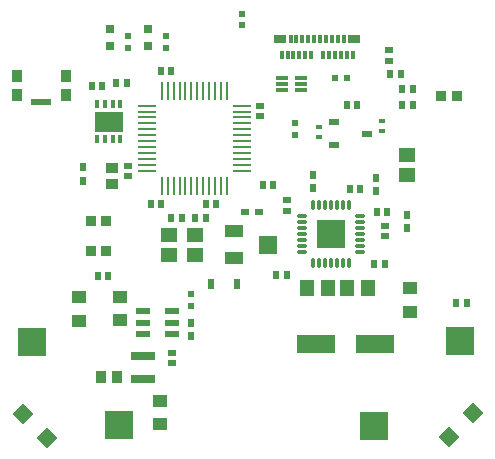
<source format=gbr>
G04*
G04 #@! TF.GenerationSoftware,Altium Limited,Altium Designer,24.8.2 (39)*
G04*
G04 Layer_Color=8421504*
%FSLAX44Y44*%
%MOMM*%
G71*
G04*
G04 #@! TF.SameCoordinates,C7BC70F5-E38B-40BF-8CF6-97473964AE68*
G04*
G04*
G04 #@! TF.FilePolarity,Positive*
G04*
G01*
G75*
%ADD18R,0.6000X0.5000*%
%ADD19R,0.6000X0.6400*%
%ADD20R,0.7500X0.6000*%
%ADD21R,2.3400X2.3400*%
G04:AMPARAMS|DCode=22|XSize=0.81mm|YSize=0.27mm|CornerRadius=0.0338mm|HoleSize=0mm|Usage=FLASHONLY|Rotation=180.000|XOffset=0mm|YOffset=0mm|HoleType=Round|Shape=RoundedRectangle|*
%AMROUNDEDRECTD22*
21,1,0.8100,0.2025,0,0,180.0*
21,1,0.7425,0.2700,0,0,180.0*
1,1,0.0675,-0.3713,0.1013*
1,1,0.0675,0.3713,0.1013*
1,1,0.0675,0.3713,-0.1013*
1,1,0.0675,-0.3713,-0.1013*
%
%ADD22ROUNDEDRECTD22*%
G04:AMPARAMS|DCode=23|XSize=0.27mm|YSize=0.81mm|CornerRadius=0.0338mm|HoleSize=0mm|Usage=FLASHONLY|Rotation=180.000|XOffset=0mm|YOffset=0mm|HoleType=Round|Shape=RoundedRectangle|*
%AMROUNDEDRECTD23*
21,1,0.2700,0.7425,0,0,180.0*
21,1,0.2025,0.8100,0,0,180.0*
1,1,0.0675,-0.1013,0.3713*
1,1,0.0675,0.1013,0.3713*
1,1,0.0675,0.1013,-0.3713*
1,1,0.0675,-0.1013,-0.3713*
%
%ADD23ROUNDEDRECTD23*%
%ADD24R,1.6000X1.6000*%
%ADD25R,1.6000X1.1000*%
%ADD26O,0.2500X1.5500*%
%ADD27O,1.5500X0.2500*%
%ADD28R,0.6400X0.6000*%
%ADD29R,0.5000X0.6000*%
%ADD30R,0.8000X0.8000*%
%ADD31R,0.6000X0.7500*%
%ADD32R,1.2000X1.0000*%
%ADD33R,0.6250X0.8300*%
%ADD34R,0.8500X0.9500*%
%ADD35R,3.2000X1.6000*%
%ADD36R,1.1500X1.3500*%
%ADD37R,1.3500X1.1500*%
%ADD38R,1.0000X0.9000*%
%ADD39R,2.4384X1.6510*%
%ADD40R,0.3048X0.7620*%
%ADD41P,1.6971X4X180.0*%
%ADD42P,1.6971X4X90.0*%
%ADD43R,0.9000X0.6000*%
%ADD44R,2.0000X0.8000*%
%ADD45R,1.2000X0.6000*%
%ADD46R,0.9000X1.0000*%
%ADD47R,1.7000X0.5500*%
%ADD48R,1.4000X1.2000*%
%ADD49R,0.3000X0.7000*%
%ADD50R,1.0000X0.7000*%
%ADD51R,0.9000X1.0000*%
%ADD52R,0.5000X0.4000*%
%ADD53R,0.9900X0.3000*%
D18*
X208280Y370920D02*
D03*
Y380920D02*
D03*
X252730Y278210D02*
D03*
Y288210D02*
D03*
X165100Y133430D02*
D03*
Y143430D02*
D03*
X143510Y361950D02*
D03*
Y351950D02*
D03*
X111760Y361790D02*
D03*
Y351790D02*
D03*
D19*
X110539Y321851D02*
D03*
X101739D02*
D03*
X389300Y135890D02*
D03*
X398100D02*
D03*
X147910Y332740D02*
D03*
X139110D02*
D03*
X85770Y158750D02*
D03*
X94570D02*
D03*
X352380Y303530D02*
D03*
X343580D02*
D03*
X186010Y219710D02*
D03*
X177210D02*
D03*
X130900D02*
D03*
X139700D02*
D03*
X245700Y160020D02*
D03*
X236900D02*
D03*
X299130Y232410D02*
D03*
X307930D02*
D03*
X320040Y168910D02*
D03*
X328840D02*
D03*
X321990Y213360D02*
D03*
X330790D02*
D03*
X296590Y303530D02*
D03*
X305390D02*
D03*
X168320Y208280D02*
D03*
X177120D02*
D03*
X148000D02*
D03*
X156800D02*
D03*
X352380Y317500D02*
D03*
X343580D02*
D03*
X333420Y330200D02*
D03*
X342220D02*
D03*
X89490Y320040D02*
D03*
X80690D02*
D03*
X234270Y236220D02*
D03*
X225470D02*
D03*
D20*
X210820Y213360D02*
D03*
X222320D02*
D03*
D21*
X283210Y194310D02*
D03*
X392430Y104140D02*
D03*
X104140Y33020D02*
D03*
X320040Y31750D02*
D03*
X30480Y102870D02*
D03*
D22*
X258710Y179310D02*
D03*
Y184310D02*
D03*
Y189310D02*
D03*
Y194310D02*
D03*
Y199310D02*
D03*
Y204310D02*
D03*
Y209310D02*
D03*
X307710D02*
D03*
Y204310D02*
D03*
Y199310D02*
D03*
Y194310D02*
D03*
Y189310D02*
D03*
Y184310D02*
D03*
Y179310D02*
D03*
D23*
X298210Y169810D02*
D03*
X293210D02*
D03*
X288210D02*
D03*
X283210D02*
D03*
X278210D02*
D03*
X273210D02*
D03*
X268210D02*
D03*
Y218810D02*
D03*
X273210D02*
D03*
X278210D02*
D03*
X283210D02*
D03*
X288210D02*
D03*
X293210D02*
D03*
X298210D02*
D03*
D24*
X230400Y185420D02*
D03*
D25*
X201400Y173920D02*
D03*
Y196920D02*
D03*
D26*
X140140Y235340D02*
D03*
X145140D02*
D03*
X150140D02*
D03*
X155140D02*
D03*
X160140D02*
D03*
X165140D02*
D03*
X170140D02*
D03*
X175140D02*
D03*
X180140D02*
D03*
X185140D02*
D03*
X190140D02*
D03*
X195140D02*
D03*
Y315840D02*
D03*
X190140D02*
D03*
X185140D02*
D03*
X180140D02*
D03*
X175140D02*
D03*
X170140D02*
D03*
X165140D02*
D03*
X160140D02*
D03*
X155140D02*
D03*
X150140D02*
D03*
X145140D02*
D03*
X140140D02*
D03*
D27*
X207890Y248090D02*
D03*
Y253090D02*
D03*
Y258090D02*
D03*
Y263090D02*
D03*
Y268090D02*
D03*
Y273090D02*
D03*
Y278090D02*
D03*
Y283090D02*
D03*
Y288090D02*
D03*
Y293090D02*
D03*
Y298090D02*
D03*
Y303090D02*
D03*
X127390D02*
D03*
Y298090D02*
D03*
Y293090D02*
D03*
Y288090D02*
D03*
Y283090D02*
D03*
Y278090D02*
D03*
Y273090D02*
D03*
Y268090D02*
D03*
Y263090D02*
D03*
Y258090D02*
D03*
Y253090D02*
D03*
Y248090D02*
D03*
D28*
X328930Y201250D02*
D03*
Y192450D02*
D03*
X111760Y243250D02*
D03*
Y252050D02*
D03*
X246380Y214040D02*
D03*
Y222840D02*
D03*
X223520Y294050D02*
D03*
Y302850D02*
D03*
X148590Y93890D02*
D03*
Y85090D02*
D03*
X332740Y341040D02*
D03*
Y349840D02*
D03*
D29*
X297100Y326390D02*
D03*
X287100D02*
D03*
D30*
X128270Y353180D02*
D03*
Y368180D02*
D03*
X96520Y353180D02*
D03*
Y368180D02*
D03*
D31*
X73660Y239360D02*
D03*
Y250860D02*
D03*
X165100Y107880D02*
D03*
Y119380D02*
D03*
X347980Y199320D02*
D03*
Y210820D02*
D03*
X267970Y244510D02*
D03*
Y233010D02*
D03*
X321310Y241970D02*
D03*
Y230470D02*
D03*
D32*
X350520Y148430D02*
D03*
Y128430D02*
D03*
X138430Y53180D02*
D03*
Y33180D02*
D03*
X104800Y121260D02*
D03*
Y141260D02*
D03*
X69850Y120810D02*
D03*
Y140810D02*
D03*
D33*
X204165Y152400D02*
D03*
X181915D02*
D03*
D34*
X376890Y311150D02*
D03*
X389890D02*
D03*
X79860Y180340D02*
D03*
X92860D02*
D03*
X79860Y205740D02*
D03*
X92860D02*
D03*
D35*
X270910Y101600D02*
D03*
X320910D02*
D03*
D36*
X280530Y148590D02*
D03*
X263030D02*
D03*
X314680D02*
D03*
X297180D02*
D03*
D37*
X347980Y261480D02*
D03*
Y243980D02*
D03*
D38*
X97790Y237090D02*
D03*
Y250590D02*
D03*
D39*
X95250Y289560D02*
D03*
D40*
X85500Y304292D02*
D03*
X92000D02*
D03*
X98500D02*
D03*
X105000D02*
D03*
Y274828D02*
D03*
X98500D02*
D03*
X92000D02*
D03*
X85500D02*
D03*
D41*
X403812Y43132D02*
D03*
X43132Y21638D02*
D03*
D42*
X383588Y22908D02*
D03*
X22908Y41862D02*
D03*
D43*
X313720Y279400D02*
D03*
X285720Y269900D02*
D03*
Y288900D02*
D03*
D44*
X124460Y91280D02*
D03*
Y71280D02*
D03*
D45*
X123850Y109880D02*
D03*
X123850Y119380D02*
D03*
X123850Y128880D02*
D03*
X148850D02*
D03*
X148850Y119380D02*
D03*
X148850Y109880D02*
D03*
D46*
X58600Y312040D02*
D03*
Y328040D02*
D03*
X17600D02*
D03*
Y312040D02*
D03*
D47*
X38100Y305790D02*
D03*
D48*
X146480Y176920D02*
D03*
X168480D02*
D03*
Y193920D02*
D03*
X146480D02*
D03*
D49*
X296600Y346260D02*
D03*
X291600D02*
D03*
X286600D02*
D03*
X281600D02*
D03*
X276600D02*
D03*
X301600D02*
D03*
X261600D02*
D03*
X256600D02*
D03*
X251600D02*
D03*
X246600D02*
D03*
X241600D02*
D03*
X266600D02*
D03*
X249100Y359260D02*
D03*
X254100D02*
D03*
X259100D02*
D03*
X264100D02*
D03*
X269100D02*
D03*
X279100D02*
D03*
X284100D02*
D03*
X289100D02*
D03*
X294100D02*
D03*
X274100D02*
D03*
D50*
X240600Y359360D02*
D03*
X302600Y359260D02*
D03*
D51*
X102000Y73660D02*
D03*
X88500D02*
D03*
D52*
X273050Y284670D02*
D03*
Y276670D02*
D03*
X326390Y289750D02*
D03*
Y281750D02*
D03*
D53*
X242140Y316310D02*
D03*
Y321310D02*
D03*
Y326310D02*
D03*
X258240D02*
D03*
Y321310D02*
D03*
Y316310D02*
D03*
M02*

</source>
